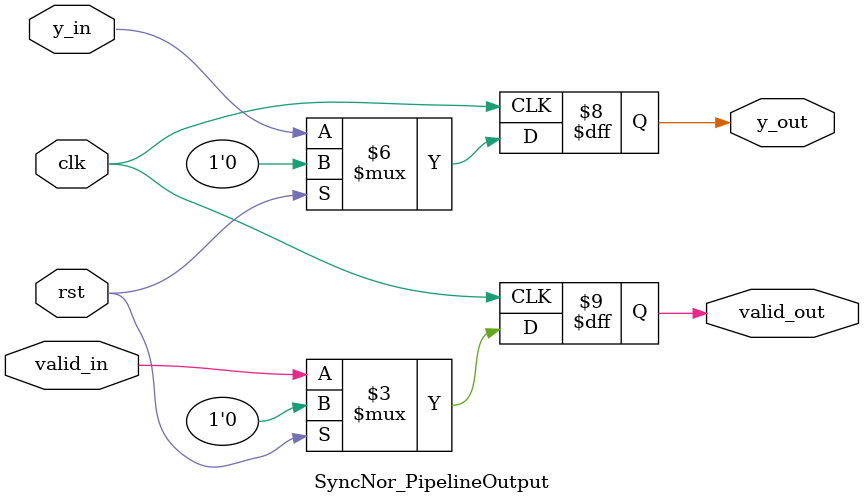
<source format=sv>
module SyncNor_Pipelined (
    input  wire clk,
    input  wire rst,
    input  wire a,
    input  wire b,
    input  wire in_valid,
    output reg  y,
    output reg  out_valid
);

    // Stage 1 pipeline registers
    wire a_stage1, b_stage1;
    wire valid_stage1;

    SyncNor_PipelineStage1 u_stage1 (
        .clk         (clk),
        .rst         (rst),
        .a_in        (a),
        .b_in        (b),
        .valid_in    (in_valid),
        .a_out       (a_stage1),
        .b_out       (b_stage1),
        .valid_out   (valid_stage1)
    );

    // Stage 2: NOR logic and register
    wire y_stage2;
    wire valid_stage2;

    SyncNor_PipelineStage2 u_stage2 (
        .clk         (clk),
        .rst         (rst),
        .a_in        (a_stage1),
        .b_in        (b_stage1),
        .valid_in    (valid_stage1),
        .y_out       (y_stage2),
        .valid_out   (valid_stage2)
    );

    // Stage 3: Output register
    SyncNor_PipelineOutput u_output (
        .clk         (clk),
        .rst         (rst),
        .y_in        (y_stage2),
        .valid_in    (valid_stage2),
        .y_out       (y),
        .valid_out   (out_valid)
    );

endmodule

//-----------------------------------------------------------------------------
// Stage 1: Input pipeline registers
// - Registers input signals and valid signal for pipelining
//-----------------------------------------------------------------------------
module SyncNor_PipelineStage1 (
    input  wire clk,
    input  wire rst,
    input  wire a_in,
    input  wire b_in,
    input  wire valid_in,
    output reg  a_out,
    output reg  b_out,
    output reg  valid_out
);
    always @(posedge clk) begin
        if (rst) begin
            a_out     <= 1'b0;
            b_out     <= 1'b0;
            valid_out <= 1'b0;
        end else begin
            a_out     <= a_in;
            b_out     <= b_in;
            valid_out <= valid_in;
        end
    end
endmodule

//-----------------------------------------------------------------------------
// Stage 2: NOR logic and pipeline register
// - Computes NOR of inputs and registers result and valid signal
//-----------------------------------------------------------------------------
module SyncNor_PipelineStage2 (
    input  wire clk,
    input  wire rst,
    input  wire a_in,
    input  wire b_in,
    input  wire valid_in,
    output reg  y_out,
    output reg  valid_out
);
    always @(posedge clk) begin
        if (rst) begin
            y_out     <= 1'b0;
            valid_out <= 1'b0;
        end else begin
            y_out     <= ~(a_in | b_in);
            valid_out <= valid_in;
        end
    end
endmodule

//-----------------------------------------------------------------------------
// Stage 3: Output pipeline register
// - Registers the final output and valid signal
//-----------------------------------------------------------------------------
module SyncNor_PipelineOutput (
    input  wire clk,
    input  wire rst,
    input  wire y_in,
    input  wire valid_in,
    output reg  y_out,
    output reg  valid_out
);
    always @(posedge clk) begin
        if (rst) begin
            y_out     <= 1'b0;
            valid_out <= 1'b0;
        end else begin
            y_out     <= y_in;
            valid_out <= valid_in;
        end
    end
endmodule
</source>
